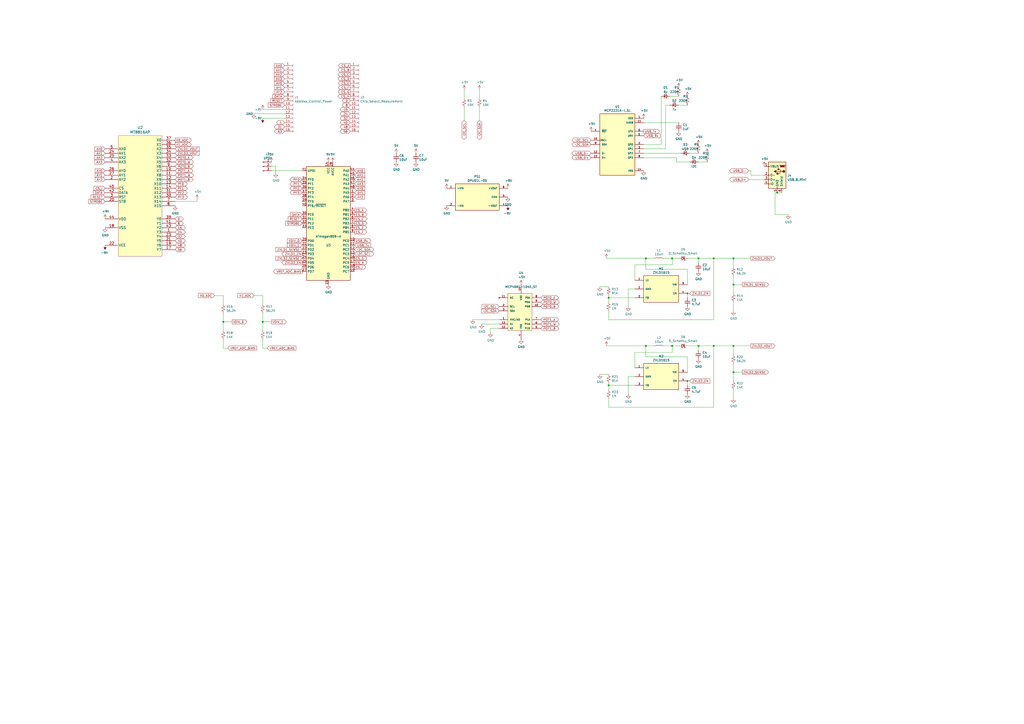
<source format=kicad_sch>
(kicad_sch (version 20230121) (generator eeschema)
  (paper "A2")
  (junction (at 374.65 200.66))
  (junction (at 353.06 223.52))
  (junction (at 450.85 111.76))
  (junction (at 425.45 200.66))
  (junction (at 414.02 149.86))
  (junction (at 353.06 172.72))
  (junction (at 129.54 186.69))
  (junction (at 405.13 200.66))
  (junction (at 414.02 200.66))
  (junction (at 389.89 149.86))
  (junction (at 389.89 200.66))
  (junction (at 425.45 215.9))
  (junction (at 405.13 149.86))
  (junction (at 425.45 149.86))
  (junction (at 398.78 220.98))
  (junction (at 425.45 165.1))
  (junction (at 152.4 186.69))
  (junction (at 374.65 149.86))
  (junction (at 398.78 170.18))
  (wire (pts (xy 152.4 171.45) (xy 152.4 176.53)))
  (wire (pts (xy 114.3 116.84) (xy 114.3 115.57)))
  (wire (pts (xy 425.45 226.06) (xy 425.45 231.14)))
  (wire (pts (xy 425.45 149.86) (xy 435.61 149.86)))
  (wire (pts (xy 165.1 63.5) (xy 152.4 63.5)))
  (wire (pts (xy 152.4 68.58) (xy 165.1 68.58)))
  (wire (pts (xy 364.49 167.64) (xy 364.49 177.8)))
  (wire (pts (xy 134.62 186.69) (xy 129.54 186.69)))
  (wire (pts (xy 425.45 160.02) (xy 425.45 165.1)))
  (wire (pts (xy 398.78 220.98) (xy 400.05 220.98)))
  (wire (pts (xy 405.13 152.4) (xy 405.13 149.86)))
  (wire (pts (xy 278.13 52.07) (xy 278.13 57.15)))
  (wire (pts (xy 353.06 223.52) (xy 353.06 222.25)))
  (wire (pts (xy 450.85 111.76) (xy 453.39 111.76)))
  (wire (pts (xy 353.06 223.52) (xy 353.06 226.06)))
  (wire (pts (xy 400.05 93.98) (xy 392.43 93.98)))
  (wire (pts (xy 374.65 207.01) (xy 374.65 200.66)))
  (wire (pts (xy 386.08 60.96) (xy 386.08 86.36)))
  (wire (pts (xy 368.3 167.64) (xy 364.49 167.64)))
  (wire (pts (xy 434.34 99.06) (xy 435.61 99.06)))
  (wire (pts (xy 449.58 124.46) (xy 457.2 124.46)))
  (wire (pts (xy 398.78 215.9) (xy 398.78 207.01)))
  (wire (pts (xy 398.78 220.98) (xy 398.78 223.52)))
  (wire (pts (xy 392.43 91.44) (xy 373.38 91.44)))
  (wire (pts (xy 425.45 175.26) (xy 425.45 180.34)))
  (wire (pts (xy 425.45 200.66) (xy 435.61 200.66)))
  (wire (pts (xy 398.78 165.1) (xy 398.78 156.21)))
  (wire (pts (xy 129.54 186.69) (xy 129.54 191.77)))
  (wire (pts (xy 425.45 165.1) (xy 425.45 170.18)))
  (wire (pts (xy 152.4 181.61) (xy 152.4 186.69)))
  (wire (pts (xy 435.61 101.6) (xy 443.23 101.6)))
  (wire (pts (xy 430.53 165.1) (xy 425.45 165.1)))
  (wire (pts (xy 124.46 171.45) (xy 129.54 171.45)))
  (wire (pts (xy 398.78 60.96) (xy 393.7 60.96)))
  (wire (pts (xy 398.78 207.01) (xy 374.65 207.01)))
  (wire (pts (xy 353.06 172.72) (xy 353.06 171.45)))
  (wire (pts (xy 129.54 181.61) (xy 129.54 186.69)))
  (wire (pts (xy 398.78 170.18) (xy 400.05 170.18)))
  (wire (pts (xy 389.89 200.66) (xy 389.89 204.47)))
  (wire (pts (xy 430.53 215.9) (xy 425.45 215.9)))
  (wire (pts (xy 398.78 170.18) (xy 398.78 172.72)))
  (wire (pts (xy 389.89 149.86) (xy 389.89 153.67)))
  (wire (pts (xy 101.6 116.84) (xy 114.3 116.84)))
  (wire (pts (xy 383.54 55.88) (xy 383.54 83.82)))
  (wire (pts (xy 389.89 204.47) (xy 368.3 204.47)))
  (wire (pts (xy 405.13 203.2) (xy 405.13 200.66)))
  (wire (pts (xy 449.58 124.46) (xy 449.58 111.76)))
  (wire (pts (xy 160.02 96.52) (xy 160.02 100.33)))
  (wire (pts (xy 368.3 172.72) (xy 353.06 172.72)))
  (wire (pts (xy 393.7 71.12) (xy 373.38 71.12)))
  (wire (pts (xy 386.08 60.96) (xy 388.62 60.96)))
  (wire (pts (xy 392.43 93.98) (xy 392.43 91.44)))
  (wire (pts (xy 353.06 217.17) (xy 347.98 217.17)))
  (wire (pts (xy 434.34 104.14) (xy 443.23 104.14)))
  (wire (pts (xy 414.02 149.86) (xy 405.13 149.86)))
  (wire (pts (xy 353.06 231.14) (xy 353.06 236.22)))
  (wire (pts (xy 386.08 86.36) (xy 373.38 86.36)))
  (wire (pts (xy 278.13 62.23) (xy 278.13 69.85)))
  (wire (pts (xy 425.45 149.86) (xy 425.45 154.94)))
  (wire (pts (xy 284.48 190.5) (xy 289.56 190.5)))
  (wire (pts (xy 152.4 196.85) (xy 152.4 201.93)))
  (wire (pts (xy 374.65 149.86) (xy 351.79 149.86)))
  (wire (pts (xy 405.13 200.66) (xy 398.78 200.66)))
  (wire (pts (xy 368.3 223.52) (xy 353.06 223.52)))
  (wire (pts (xy 425.45 215.9) (xy 425.45 220.98)))
  (wire (pts (xy 389.89 153.67) (xy 368.3 153.67)))
  (wire (pts (xy 393.7 149.86) (xy 389.89 149.86)))
  (wire (pts (xy 449.58 111.76) (xy 450.85 111.76)))
  (wire (pts (xy 374.65 200.66) (xy 351.79 200.66)))
  (wire (pts (xy 364.49 218.44) (xy 364.49 228.6)))
  (wire (pts (xy 435.61 99.06) (xy 435.61 101.6)))
  (wire (pts (xy 383.54 83.82) (xy 373.38 83.82)))
  (wire (pts (xy 400.05 88.9) (xy 405.13 88.9)))
  (wire (pts (xy 389.89 149.86) (xy 384.81 149.86)))
  (wire (pts (xy 393.7 200.66) (xy 389.89 200.66)))
  (wire (pts (xy 269.24 57.15) (xy 269.24 52.07)))
  (wire (pts (xy 289.56 185.42) (xy 274.32 185.42)))
  (wire (pts (xy 289.56 187.96) (xy 279.4 187.96)))
  (wire (pts (xy 157.48 99.06) (xy 175.26 99.06)))
  (wire (pts (xy 129.54 171.45) (xy 129.54 176.53)))
  (wire (pts (xy 353.06 180.34) (xy 353.06 185.42)))
  (wire (pts (xy 368.3 204.47) (xy 368.3 213.36)))
  (wire (pts (xy 129.54 201.93) (xy 132.08 201.93)))
  (wire (pts (xy 389.89 200.66) (xy 384.81 200.66)))
  (wire (pts (xy 157.48 96.52) (xy 160.02 96.52)))
  (wire (pts (xy 147.32 171.45) (xy 152.4 171.45)))
  (wire (pts (xy 414.02 200.66) (xy 425.45 200.66)))
  (wire (pts (xy 152.4 201.93) (xy 154.94 201.93)))
  (wire (pts (xy 147.32 66.04) (xy 165.1 66.04)))
  (wire (pts (xy 353.06 185.42) (xy 414.02 185.42)))
  (wire (pts (xy 157.48 186.69) (xy 152.4 186.69)))
  (wire (pts (xy 425.45 200.66) (xy 425.45 205.74)))
  (wire (pts (xy 425.45 210.82) (xy 425.45 215.9)))
  (wire (pts (xy 414.02 200.66) (xy 405.13 200.66)))
  (wire (pts (xy 368.3 218.44) (xy 364.49 218.44)))
  (wire (pts (xy 129.54 196.85) (xy 129.54 201.93)))
  (wire (pts (xy 379.73 200.66) (xy 374.65 200.66)))
  (wire (pts (xy 353.06 172.72) (xy 353.06 175.26)))
  (wire (pts (xy 398.78 156.21) (xy 374.65 156.21)))
  (wire (pts (xy 405.13 149.86) (xy 398.78 149.86)))
  (wire (pts (xy 379.73 149.86) (xy 374.65 149.86)))
  (wire (pts (xy 353.06 166.37) (xy 347.98 166.37)))
  (wire (pts (xy 152.4 186.69) (xy 152.4 191.77)))
  (wire (pts (xy 269.24 62.23) (xy 269.24 69.85)))
  (wire (pts (xy 368.3 153.67) (xy 368.3 162.56)))
  (wire (pts (xy 284.48 193.04) (xy 284.48 190.5)))
  (wire (pts (xy 410.21 93.98) (xy 405.13 93.98)))
  (wire (pts (xy 353.06 236.22) (xy 414.02 236.22)))
  (wire (pts (xy 414.02 236.22) (xy 414.02 200.66)))
  (wire (pts (xy 374.65 156.21) (xy 374.65 149.86)))
  (wire (pts (xy 414.02 149.86) (xy 425.45 149.86)))
  (wire (pts (xy 414.02 185.42) (xy 414.02 149.86)))
  (wire (pts (xy 394.97 88.9) (xy 373.38 88.9)))
  (wire (pts (xy 388.62 55.88) (xy 393.7 55.88)))
  (global_label "POT1_A" (shape bidirectional) (at 101.6 99.06 0) (property "Intersheetrefs" "${INTERSHEET_REFS}" (effects hide)))
  (global_label "CS_I" (shape output) (at 205.74 154.94 0) (property "Intersheetrefs" "${INTERSHEET_REFS}" (effects hide)))
  (global_label "ZXLD1_EN" (shape output) (at 175.26 147.32 180) (property "Intersheetrefs" "${INTERSHEET_REFS}" (effects hide)))
  (global_label "DATA" (shape input) (at 175.26 124.46 180) (property "Intersheetrefs" "${INTERSHEET_REFS}" (effects hide)))
  (global_label "31" (shape bidirectional) (at 165.1 73.66 180) (property "Intersheetrefs" "${INTERSHEET_REFS}" (effects hide)))
  (global_label "CS_G" (shape output) (at 203.2 53.34 180) (property "Intersheetrefs" "${INTERSHEET_REFS}" (effects hide)))
  (global_label "24" (shape bidirectional) (at 101.6 134.62 0) (property "Intersheetrefs" "${INTERSHEET_REFS}" (effects hide)))
  (global_label "CS_A" (shape output) (at 205.74 121.92 0) (property "Intersheetrefs" "${INTERSHEET_REFS}" (effects hide)))
  (global_label "I2C_SCL" (shape bidirectional) (at 269.24 69.85 270) (property "Intersheetrefs" "${INTERSHEET_REFS}" (effects hide)))
  (global_label "32" (shape bidirectional) (at 101.6 137.16 0) (property "Intersheetrefs" "${INTERSHEET_REFS}" (effects hide)))
  (global_label "AX0" (shape input) (at 205.74 99.06 0) (property "Intersheetrefs" "${INTERSHEET_REFS}" (effects hide)))
  (global_label "I2C_SDA" (shape bidirectional) (at 205.74 144.78 0) (property "Intersheetrefs" "${INTERSHEET_REFS}" (effects hide)))
  (global_label "STROBE" (shape input) (at 165.1 60.96 180) (property "Intersheetrefs" "${INTERSHEET_REFS}" (effects hide)))
  (global_label "CS_E" (shape output) (at 205.74 132.08 0) (property "Intersheetrefs" "${INTERSHEET_REFS}" (effects hide)))
  (global_label "CS_G" (shape output) (at 205.74 149.86 0) (property "Intersheetrefs" "${INTERSHEET_REFS}" (effects hide)))
  (global_label "1" (shape bidirectional) (at 165.1 71.12 180) (property "Intersheetrefs" "${INTERSHEET_REFS}" (effects hide)))
  (global_label "I2C_SCL" (shape bidirectional) (at 342.9 81.28 180) (property "Intersheetrefs" "${INTERSHEET_REFS}" (effects hide)))
  (global_label "VDIV_0" (shape input) (at 175.26 139.7 180) (property "Intersheetrefs" "${INTERSHEET_REFS}" (effects hide)))
  (global_label "AX3" (shape input) (at 205.74 106.68 0) (property "Intersheetrefs" "${INTERSHEET_REFS}" (effects hide)))
  (global_label "DATA" (shape input) (at 165.1 55.88 180) (property "Intersheetrefs" "${INTERSHEET_REFS}" (effects hide)))
  (global_label "ZXLD2_VOUT" (shape input) (at 101.6 88.9 0) (property "Intersheetrefs" "${INTERSHEET_REFS}" (effects hide)))
  (global_label "CS_C" (shape output) (at 203.2 43.18 180) (property "Intersheetrefs" "${INTERSHEET_REFS}" (effects hide)))
  (global_label "STROBE" (shape input) (at 60.96 116.84 180) (property "Intersheetrefs" "${INTERSHEET_REFS}" (effects hide)))
  (global_label "POT0_W" (shape bidirectional) (at 101.6 93.98 0) (property "Intersheetrefs" "${INTERSHEET_REFS}" (effects hide)))
  (global_label "56" (shape bidirectional) (at 101.6 144.78 0) (property "Intersheetrefs" "${INTERSHEET_REFS}" (effects hide)))
  (global_label "RESET" (shape input) (at 165.1 58.42 180) (property "Intersheetrefs" "${INTERSHEET_REFS}" (effects hide)))
  (global_label "POT1_W" (shape bidirectional) (at 101.6 101.6 0) (property "Intersheetrefs" "${INTERSHEET_REFS}" (effects hide)))
  (global_label "AY0" (shape input) (at 165.1 48.26 180) (property "Intersheetrefs" "${INTERSHEET_REFS}" (effects hide)))
  (global_label "RESET" (shape input) (at 175.26 127 180) (property "Intersheetrefs" "${INTERSHEET_REFS}" (effects hide)))
  (global_label "PF2" (shape bidirectional) (at 101.6 111.76 0) (property "Intersheetrefs" "${INTERSHEET_REFS}" (effects hide)))
  (global_label "63" (shape bidirectional) (at 165.1 76.2 180) (property "Intersheetrefs" "${INTERSHEET_REFS}" (effects hide)))
  (global_label "0" (shape bidirectional) (at 101.6 127 0) (property "Intersheetrefs" "${INTERSHEET_REFS}" (effects hide)))
  (global_label "CS_I" (shape input) (at 60.96 109.22 180) (property "Intersheetrefs" "${INTERSHEET_REFS}" (effects hide)))
  (global_label "AY1" (shape input) (at 165.1 50.8 180) (property "Intersheetrefs" "${INTERSHEET_REFS}" (effects hide)))
  (global_label "RESET" (shape input) (at 60.96 114.3 180) (property "Intersheetrefs" "${INTERSHEET_REFS}" (effects hide)))
  (global_label "16" (shape bidirectional) (at 203.2 63.5 180) (property "Intersheetrefs" "${INTERSHEET_REFS}" (effects hide)))
  (global_label "24" (shape bidirectional) (at 203.2 66.04 180) (property "Intersheetrefs" "${INTERSHEET_REFS}" (effects hide)))
  (global_label "CS_C" (shape output) (at 205.74 127 0) (property "Intersheetrefs" "${INTERSHEET_REFS}" (effects hide)))
  (global_label "PF1" (shape bidirectional) (at 175.26 106.68 180) (property "Intersheetrefs" "${INTERSHEET_REFS}" (effects hide)))
  (global_label "POT0_B" (shape bidirectional) (at 101.6 96.52 0) (property "Intersheetrefs" "${INTERSHEET_REFS}" (effects hide)))
  (global_label "VDIV_1" (shape input) (at 175.26 142.24 180) (property "Intersheetrefs" "${INTERSHEET_REFS}" (effects hide)))
  (global_label "I2C_SDA" (shape bidirectional) (at 342.9 83.82 180) (property "Intersheetrefs" "${INTERSHEET_REFS}" (effects hide)))
  (global_label "VREF_ADC_BIAS" (shape output) (at 175.26 157.48 180) (property "Intersheetrefs" "${INTERSHEET_REFS}" (effects hide)))
  (global_label "STROBE" (shape input) (at 175.26 129.54 180) (property "Intersheetrefs" "${INTERSHEET_REFS}" (effects hide)))
  (global_label "CS_F" (shape output) (at 205.74 134.62 0) (property "Intersheetrefs" "${INTERSHEET_REFS}" (effects hide)))
  (global_label "ZXLD2_SENSE" (shape input) (at 175.26 149.86 180) (property "Intersheetrefs" "${INTERSHEET_REFS}" (effects hide)))
  (global_label "AX2" (shape input) (at 60.96 91.44 180) (property "Intersheetrefs" "${INTERSHEET_REFS}" (effects hide)))
  (global_label "CS_H" (shape output) (at 203.2 55.88 180) (property "Intersheetrefs" "${INTERSHEET_REFS}" (effects hide)))
  (global_label "AY0" (shape input) (at 205.74 109.22 0) (property "Intersheetrefs" "${INTERSHEET_REFS}" (effects hide)))
  (global_label "8" (shape bidirectional) (at 101.6 129.54 0) (property "Intersheetrefs" "${INTERSHEET_REFS}" (effects hide)))
  (global_label "POT1_A" (shape bidirectional) (at 313.69 185.42 0) (property "Intersheetrefs" "${INTERSHEET_REFS}" (effects hide)))
  (global_label "40" (shape bidirectional) (at 203.2 71.12 180) (property "Intersheetrefs" "${INTERSHEET_REFS}" (effects hide)))
  (global_label "AX2" (shape input) (at 165.1 43.18 180) (property "Intersheetrefs" "${INTERSHEET_REFS}" (effects hide)))
  (global_label "CS_D" (shape output) (at 205.74 129.54 0) (property "Intersheetrefs" "${INTERSHEET_REFS}" (effects hide)))
  (global_label "ZXLD1_SENSE" (shape output) (at 430.53 165.1 0) (property "Intersheetrefs" "${INTERSHEET_REFS}" (effects hide)))
  (global_label "X0_ADC" (shape input) (at 124.46 171.45 180) (property "Intersheetrefs" "${INTERSHEET_REFS}" (effects hide)))
  (global_label "CS_B" (shape output) (at 203.2 40.64 180) (property "Intersheetrefs" "${INTERSHEET_REFS}" (effects hide)))
  (global_label "USB_D-" (shape bidirectional) (at 342.9 88.9 180) (property "Intersheetrefs" "${INTERSHEET_REFS}" (effects hide)))
  (global_label "ZXLD2_SENSE" (shape output) (at 430.53 215.9 0) (property "Intersheetrefs" "${INTERSHEET_REFS}" (effects hide)))
  (global_label "USB_Tx" (shape input) (at 205.74 142.24 0) (property "Intersheetrefs" "${INTERSHEET_REFS}" (effects hide)))
  (global_label "ZXLD2_EN" (shape output) (at 175.26 152.4 180) (property "Intersheetrefs" "${INTERSHEET_REFS}" (effects hide)))
  (global_label "AX1" (shape input) (at 60.96 88.9 180) (property "Intersheetrefs" "${INTERSHEET_REFS}" (effects hide)))
  (global_label "PF3" (shape bidirectional) (at 175.26 111.76 180) (property "Intersheetrefs" "${INTERSHEET_REFS}" (effects hide)))
  (global_label "ZXLD1_SENSE" (shape input) (at 175.26 144.78 180) (property "Intersheetrefs" "${INTERSHEET_REFS}" (effects hide)))
  (global_label "DATA" (shape input) (at 60.96 111.76 180) (property "Intersheetrefs" "${INTERSHEET_REFS}" (effects hide)))
  (global_label "PF2" (shape bidirectional) (at 175.26 109.22 180) (property "Intersheetrefs" "${INTERSHEET_REFS}" (effects hide)))
  (global_label "8" (shape bidirectional) (at 203.2 60.96 180) (property "Intersheetrefs" "${INTERSHEET_REFS}" (effects hide)))
  (global_label "AY0" (shape input) (at 60.96 99.06 180) (property "Intersheetrefs" "${INTERSHEET_REFS}" (effects hide)))
  (global_label "AY2" (shape input) (at 165.1 53.34 180) (property "Intersheetrefs" "${INTERSHEET_REFS}" (effects hide)))
  (global_label "ZXLD2_EN" (shape input) (at 400.05 220.98 0) (property "Intersheetrefs" "${INTERSHEET_REFS}" (effects hide)))
  (global_label "ZXLD1_VOUT" (shape output) (at 435.61 149.86 0) (property "Intersheetrefs" "${INTERSHEET_REFS}" (effects hide)))
  (global_label "VREF_ADC_BIAS" (shape input) (at 154.94 201.93 0) (property "Intersheetrefs" "${INTERSHEET_REFS}" (effects hide)))
  (global_label "CS_B" (shape output) (at 205.74 124.46 0) (property "Intersheetrefs" "${INTERSHEET_REFS}" (effects hide)))
  (global_label "POT0_A" (shape bidirectional) (at 313.69 172.72 0) (property "Intersheetrefs" "${INTERSHEET_REFS}" (effects hide)))
  (global_label "USB_D+" (shape bidirectional) (at 434.34 104.14 180) (property "Intersheetrefs" "${INTERSHEET_REFS}" (effects hide)))
  (global_label "I2C_SCL" (shape bidirectional) (at 205.74 147.32 0) (property "Intersheetrefs" "${INTERSHEET_REFS}" (effects hide)))
  (global_label "POT1_B" (shape bidirectional) (at 101.6 104.14 0) (property "Intersheetrefs" "${INTERSHEET_REFS}" (effects hide)))
  (global_label "AX3" (shape input) (at 165.1 45.72 180) (property "Intersheetrefs" "${INTERSHEET_REFS}" (effects hide)))
  (global_label "PF0" (shape bidirectional) (at 101.6 106.68 0) (property "Intersheetrefs" "${INTERSHEET_REFS}" (effects hide)))
  (global_label "POT1_W" (shape bidirectional) (at 313.69 187.96 0) (property "Intersheetrefs" "${INTERSHEET_REFS}" (effects hide)))
  (global_label "I2C_SDA" (shape input) (at 289.56 180.34 180) (property "Intersheetrefs" "${INTERSHEET_REFS}" (effects hide)))
  (global_label "I2C_SDA" (shape bidirectional) (at 278.13 69.85 270) (property "Intersheetrefs" "${INTERSHEET_REFS}" (effects hide)))
  (global_label "ZXLD1_EN" (shape input) (at 400.05 170.18 0) (property "Intersheetrefs" "${INTERSHEET_REFS}" (effects hide)))
  (global_label "VREF_ADC_BIAS" (shape input) (at 132.08 201.93 0) (property "Intersheetrefs" "${INTERSHEET_REFS}" (effects hide)))
  (global_label "16" (shape bidirectional) (at 101.6 132.08 0) (property "Intersheetrefs" "${INTERSHEET_REFS}" (effects hide)))
  (global_label "PF1" (shape bidirectional) (at 101.6 109.22 0) (property "Intersheetrefs" "${INTERSHEET_REFS}" (effects hide)))
  (global_label "I2C_SCL" (shape input) (at 289.56 177.8 180) (property "Intersheetrefs" "${INTERSHEET_REFS}" (effects hide)))
  (global_label "USB_D+" (shape bidirectional) (at 342.9 91.44 180) (property "Intersheetrefs" "${INTERSHEET_REFS}" (effects hide)))
  (global_label "X1_ADC" (shape input) (at 147.32 171.45 180) (property "Intersheetrefs" "${INTERSHEET_REFS}" (effects hide)))
  (global_label "X0_ADC" (shape output) (at 101.6 81.28 0) (property "Intersheetrefs" "${INTERSHEET_REFS}" (effects hide)))
  (global_label "AX2" (shape input) (at 205.74 104.14 0) (property "Intersheetrefs" "${INTERSHEET_REFS}" (effects hide)))
  (global_label "40" (shape bidirectional) (at 101.6 139.7 0) (property "Intersheetrefs" "${INTERSHEET_REFS}" (effects hide)))
  (global_label "CS_E" (shape output) (at 203.2 48.26 180) (property "Intersheetrefs" "${INTERSHEET_REFS}" (effects hide)))
  (global_label "0" (shape bidirectional) (at 203.2 58.42 180) (property "Intersheetrefs" "${INTERSHEET_REFS}" (effects hide)))
  (global_label "POT0_W" (shape bidirectional) (at 313.69 175.26 0) (property "Intersheetrefs" "${INTERSHEET_REFS}" (effects hide)))
  (global_label "32" (shape bidirectional) (at 203.2 68.58 180) (property "Intersheetrefs" "${INTERSHEET_REFS}" (effects hide)))
  (global_label "ZXLD1_VOUT" (shape input) (at 101.6 86.36 0) (property "Intersheetrefs" "${INTERSHEET_REFS}" (effects hide)))
  (global_label "AX1" (shape input) (at 165.1 40.64 180) (property "Intersheetrefs" "${INTERSHEET_REFS}" (effects hide)))
  (global_label "X1_ADC" (shape output) (at 101.6 83.82 0) (property "Intersheetrefs" "${INTERSHEET_REFS}" (effects hide)))
  (global_label "POT0_A" (shape bidirectional) (at 101.6 91.44 0) (property "Intersheetrefs" "${INTERSHEET_REFS}" (effects hide)))
  (global_label "USB_D-" (shape bidirectional) (at 434.34 99.06 180) (property "Intersheetrefs" "${INTERSHEET_REFS}" (effects hide)))
  (global_label "USB_Rx" (shape output) (at 205.74 139.7 0) (property "Intersheetrefs" "${INTERSHEET_REFS}" (effects hide)))
  (global_label "CS_F" (shape output) (at 203.2 50.8 180) (property "Intersheetrefs" "${INTERSHEET_REFS}" (effects hide)))
  (global_label "POT0_B" (shape bidirectional) (at 313.69 177.8 0) (property "Intersheetrefs" "${INTERSHEET_REFS}" (effects hide)))
  (global_label "USB_Tx" (shape output) (at 373.38 76.2 0) (property "Intersheetrefs" "${INTERSHEET_REFS}" (effects hide)))
  (global_label "PF0" (shape bidirectional) (at 175.26 104.14 180) (property "Intersheetrefs" "${INTERSHEET_REFS}" (effects hide)))
  (global_label "CS_A" (shape output) (at 203.2 38.1 180) (property "Intersheetrefs" "${INTERSHEET_REFS}" (effects hide)))
  (global_label "AY1" (shape input) (at 60.96 101.6 180) (property "Intersheetrefs" "${INTERSHEET_REFS}" (effects hide)))
  (global_label "CS_H" (shape output) (at 205.74 152.4 0) (property "Intersheetrefs" "${INTERSHEET_REFS}" (effects hide)))
  (global_label "48" (shape bidirectional) (at 101.6 142.24 0) (property "Intersheetrefs" "${INTERSHEET_REFS}" (effects hide)))
  (global_label "AX0" (shape input) (at 60.96 86.36 180) (property "Intersheetrefs" "${INTERSHEET_REFS}" (effects hide)))
  (global_label "ZXLD2_VOUT" (shape output) (at 435.61 200.66 0) (property "Intersheetrefs" "${INTERSHEET_REFS}" (effects hide)))
  (global_label "AX3" (shape input) (at 60.96 93.98 180) (property "Intersheetrefs" "${INTERSHEET_REFS}" (effects hide)))
  (global_label "AY1" (shape input) (at 205.74 111.76 0) (property "Intersheetrefs" "${INTERSHEET_REFS}" (effects hide)))
  (global_label "AX1" (shape input) (at 205.74 101.6 0) (property "Intersheetrefs" "${INTERSHEET_REFS}" (effects hide)))
  (global_label "VDIV_0" (shape output) (at 134.62 186.69 0) (property "Intersheetrefs" "${INTERSHEET_REFS}" (effects hide)))
  (global_label "USB_Rx" (shape input) (at 373.38 78.74 0) (property "Intersheetrefs" "${INTERSHEET_REFS}" (effects hide)))
  (global_label "AY2" (shape input) (at 60.96 104.14 180) (property "Intersheetrefs" "${INTERSHEET_REFS}" (effects hide)))
  (global_label "AY2" (shape input) (at 205.74 114.3 0) (property "Intersheetrefs" "${INTERSHEET_REFS}" (effects hide)))
  (global_label "CS_D" (shape output) (at 203.2 45.72 180) (property "Intersheetrefs" "${INTERSHEET_REFS}" (effects hide)))
  (global_label "56" (shape bidirectional) (at 203.2 76.2 180) (property "Intersheetrefs" "${INTERSHEET_REFS}" (effects hide)))
  (global_label "AX0" (shape input) (at 165.1 38.1 180) (property "Intersheetrefs" "${INTERSHEET_REFS}" (effects hide)))
  (global_label "PF3" (shape bidirectional) (at 101.6 114.3 0) (property "Intersheetrefs" "${INTERSHEET_REFS}" (effects hide)))
  (global_label "48" (shape bidirectional) (at 203.2 73.66 180) (property "Intersheetrefs" "${INTERSHEET_REFS}" (effects hide)))
  (global_label "POT1_B" (shape bidirectional) (at 313.69 190.5 0) (property "Intersheetrefs" "${INTERSHEET_REFS}" (effects hide)))
  (global_label "VDIV_1" (shape output) (at 157.48 186.69 0) (property "Intersheetrefs" "${INTERSHEET_REFS}" (effects hide)))
  (symbol (lib_id "MCU_Microchip_ATmega:ATmega4809-A") (at 190.5 129.54 0) (unit 1)
    (property "Reference" "U3" (at 190.5 142.24 0))
    (property "Value" "ATmega4809-A" (at 190.5 137.16 0))
    (property "Footprint" "Package_QFP:TQFP-48_7x7mm_P0.5mm" (effects hide))
    (property "Datasheet" "http://ww1.microchip.com/downloads/en/DeviceDoc/40002016A.pdf" (effects hide))
  )
  (symbol (lib_id "BreadControl-rescue:MCP2221A-I_SL-MCP2221A-I_SL") (at 358.14 83.82 0) (unit 1)
    (property "Reference" "U1" (at 358.14 61.7982 0))
    (property "Value" "MCP2221A-I_SL" (at 358.14 64.1096 0))
    (property "Footprint" "Package_SO:SOIC-14_3.9x8.7mm_P1.27mm" (effects hide))
    (property "MANUFACTURER" "Microchip" (effects hide))
    (property "STANDARD" "IPC7351B" (effects hide))
  )
  (symbol (lib_id "BreadControl-rescue:MCP4661-104E_ST-MCP4661-104E_ST") (at 302.26 175.26 0) (unit 1)
    (property "Reference" "U4" (at 302.26 158.242 0))
    (property "Value" "MCP4661-104E_ST" (at 302.26 166.37 0))
    (property "Footprint" "Package_SO:TSSOP-14_4.4x5mm_P0.65mm" (effects hide))
    (property "SUPPLIER" "Microchip" (effects hide))
    (property "PACKAGE" "SOP-14" (effects hide))
    (property "MPN" "MCP4661-104E/ST" (effects hide))
    (property "OC_NEWARK" "77M3011" (effects hide))
    (property "OC_FARNELL" "1840724" (effects hide))
  )
  (symbol (lib_id "BreadControl-rescue:Conn_01x16_Female-Connector") (at 170.18 55.88 0) (unit 1)
    (property "Reference" "J1" (at 170.8912 56.4896 0) (effects (justify left)))
    (property "Value" "Address_Control_Power" (at 170.8912 58.801 0) (effects (justify left)))
    (property "Footprint" "Connector_PinHeader_2.54mm:PinHeader_1x16_P2.54mm_Vertical" (effects hide))
  )
  (symbol (lib_id "BreadControl-rescue:Conn_01x16_Female-Connector") (at 208.28 55.88 0) (unit 1)
    (property "Reference" "J2" (at 208.9912 56.4896 0) (effects (justify left)))
    (property "Value" "Chip_Select_Measurement" (at 208.9912 58.801 0) (effects (justify left)))
    (property "Footprint" "Connector_PinHeader_2.54mm:PinHeader_1x16_P2.54mm_Vertical" (effects hide))
  )
  (symbol (lib_id "power:-9V") (at 152.4 68.58 180) (unit 1)
    (property "Reference" "#PWR07" (effects hide))
    (property "Value" "-9V" (at 149.86 68.58 0))
  )
  (symbol (lib_id "power:GND") (at 147.32 66.04 0) (unit 1)
    (property "Reference" "#PWR06" (effects hide))
    (property "Value" "GND" (at 144.78 66.04 0))
  )
  (symbol (lib_id "power:+9V") (at 152.4 63.5 0) (unit 1)
    (property "Reference" "#PWR05" (effects hide))
    (property "Value" "+9V" (at 149.86 63.5 0))
  )
  (symbol (lib_id "BreadControl-rescue:MT8816AP-MT8816") (at 81.28 106.68 0) (unit 1)
    (property "Reference" "U2" (at 81.28 73.9902 0) (effects (font (size 1.524 1.524))))
    (property "Value" "MT8816AP" (at 81.28 76.6826 0) (effects (font (size 1.524 1.524))))
    (property "Footprint" "Package_LCC:PLCC-44_16.6x16.6mm_P1.27mm" (effects hide))
  )
  (symbol (lib_id "power:GND") (at 457.2 124.46 0) (unit 1)
    (property "Reference" "#PWR026" (effects hide))
    (property "Value" "GND" (at 457.327 128.8542 0))
  )
  (symbol (lib_id "power:+5V") (at 443.23 96.52 0) (unit 1)
    (property "Reference" "#PWR013" (effects hide))
    (property "Value" "+5V" (at 443.611 92.1258 0))
  )
  (symbol (lib_id "power:+5V") (at 373.38 68.58 0) (unit 1)
    (property "Reference" "#PWR08" (effects hide))
    (property "Value" "+5V" (at 373.761 64.1858 0))
  )
  (symbol (lib_id "Device:R_Small_US") (at 129.54 179.07 0) (unit 1)
    (property "Reference" "R16" (at 131.2672 177.9016 0) (effects (justify left)))
    (property "Value" "56.2K" (at 131.2672 180.213 0) (effects (justify left)))
    (property "Footprint" "Resistor_SMD:R_0805_2012Metric_Pad1.15x1.40mm_HandSolder" (effects hide))
  )
  (symbol (lib_id "Device:R_Small_US") (at 129.54 194.31 0) (unit 1)
    (property "Reference" "R18" (at 131.2672 193.1416 0) (effects (justify left)))
    (property "Value" "14K" (at 131.2672 195.453 0) (effects (justify left)))
    (property "Footprint" "Resistor_SMD:R_0805_2012Metric_Pad1.15x1.40mm_HandSolder" (effects hide))
  )
  (symbol (lib_id "Device:C_Small") (at 393.7 73.66 0) (unit 1)
    (property "Reference" "C1" (at 396.0368 72.4916 0) (effects (justify left)))
    (property "Value" "1uF" (at 396.0368 74.803 0) (effects (justify left)))
    (property "Footprint" "Capacitor_SMD:C_0805_2012Metric_Pad1.15x1.40mm_HandSolder" (effects hide))
  )
  (symbol (lib_id "power:GND") (at 393.7 76.2 0) (unit 1)
    (property "Reference" "#PWR010" (effects hide))
    (property "Value" "GND" (at 393.827 80.5942 0))
  )
  (symbol (lib_id "Device:LED_Small") (at 386.08 55.88 0) (unit 1)
    (property "Reference" "D1" (at 386.08 50.8 0))
    (property "Value" "Rx" (at 386.08 53.34 0))
    (property "Footprint" "Diode_SMD:D_0603_1608Metric_Pad1.05x0.95mm_HandSolder" (effects hide))
  )
  (symbol (lib_id "Device:LED_Small") (at 391.16 60.96 0) (unit 1)
    (property "Reference" "D2" (at 391.16 58.42 0))
    (property "Value" "Tx" (at 391.16 63.5 0))
    (property "Footprint" "Diode_SMD:D_0603_1608Metric_Pad1.05x0.95mm_HandSolder" (effects hide))
  )
  (symbol (lib_id "Device:R_Small_US") (at 393.7 53.34 0) (unit 1)
    (property "Reference" "R1" (at 391.16 50.8 0) (effects (justify left)))
    (property "Value" "220R" (at 388.62 53.34 0) (effects (justify left)))
    (property "Footprint" "Resistor_SMD:R_0805_2012Metric_Pad1.15x1.40mm_HandSolder" (effects hide))
  )
  (symbol (lib_id "Device:R_Small_US") (at 398.78 58.42 0) (unit 1)
    (property "Reference" "R2" (at 396.24 55.88 0) (effects (justify left)))
    (property "Value" "220R" (at 393.7 58.42 0) (effects (justify left)))
    (property "Footprint" "Resistor_SMD:R_0805_2012Metric_Pad1.15x1.40mm_HandSolder" (effects hide))
  )
  (symbol (lib_id "power:+5V") (at 398.78 55.88 0) (unit 1)
    (property "Reference" "#PWR04" (effects hide))
    (property "Value" "+5V" (at 399.161 51.4858 0))
  )
  (symbol (lib_id "power:+5V") (at 393.7 50.8 0) (unit 1)
    (property "Reference" "#PWR01" (effects hide))
    (property "Value" "+5V" (at 394.081 46.4058 0))
  )
  (symbol (lib_id "power:+5V") (at 342.9 76.2 0) (unit 1)
    (property "Reference" "#PWR09" (effects hide))
    (property "Value" "+5V" (at 343.281 71.8058 0))
  )
  (symbol (lib_id "Device:R_Small_US") (at 152.4 179.07 0) (unit 1)
    (property "Reference" "R17" (at 154.1272 177.9016 0) (effects (justify left)))
    (property "Value" "56.2K" (at 154.1272 180.213 0) (effects (justify left)))
    (property "Footprint" "Resistor_SMD:R_0805_2012Metric_Pad1.15x1.40mm_HandSolder" (effects hide))
  )
  (symbol (lib_id "Device:R_Small_US") (at 152.4 194.31 0) (unit 1)
    (property "Reference" "R19" (at 154.1272 193.1416 0) (effects (justify left)))
    (property "Value" "14K" (at 154.1272 195.453 0) (effects (justify left)))
    (property "Footprint" "Resistor_SMD:R_0805_2012Metric_Pad1.15x1.40mm_HandSolder" (effects hide))
  )
  (symbol (lib_id "power:GND") (at 373.38 99.06 0) (unit 1)
    (property "Reference" "#PWR019" (effects hide))
    (property "Value" "GND" (at 373.507 103.4542 0))
  )
  (symbol (lib_id "power:GND") (at 302.26 196.85 0) (unit 1)
    (property "Reference" "#PWR038" (effects hide))
    (property "Value" "GND" (at 302.387 201.2442 0))
  )
  (symbol (lib_id "power:+9V") (at 60.96 127 0) (unit 1)
    (property "Reference" "#PWR027" (effects hide))
    (property "Value" "+9V" (at 61.341 122.6058 0))
  )
  (symbol (lib_id "power:-9V") (at 60.96 142.24 180) (unit 1)
    (property "Reference" "#PWR029" (effects hide))
    (property "Value" "-9V" (at 60.579 146.6342 0))
  )
  (symbol (lib_id "power:GND") (at 60.96 132.08 0) (unit 1)
    (property "Reference" "#PWR028" (effects hide))
    (property "Value" "GND" (at 61.087 136.4742 0))
  )
  (symbol (lib_id "power:GND") (at 190.5 165.1 0) (unit 1)
    (property "Reference" "#PWR032" (effects hide))
    (property "Value" "GND" (at 190.627 169.4942 0))
  )
  (symbol (lib_id "Device:R_Small_US") (at 278.13 59.69 0) (unit 1)
    (property "Reference" "R4" (at 279.8572 58.5216 0) (effects (justify left)))
    (property "Value" "10K" (at 279.8572 60.833 0) (effects (justify left)))
    (property "Footprint" "Resistor_SMD:R_0805_2012Metric_Pad1.15x1.40mm_HandSolder" (effects hide))
  )
  (symbol (lib_id "Device:R_Small_US") (at 269.24 59.69 0) (unit 1)
    (property "Reference" "R3" (at 270.9672 58.5216 0) (effects (justify left)))
    (property "Value" "10K" (at 270.9672 60.833 0) (effects (justify left)))
    (property "Footprint" "Resistor_SMD:R_0805_2012Metric_Pad1.15x1.40mm_HandSolder" (effects hide))
  )
  (symbol (lib_id "power:+5V") (at 278.13 52.07 0) (unit 1)
    (property "Reference" "#PWR03" (effects hide))
    (property "Value" "+5V" (at 278.511 47.6758 0))
  )
  (symbol (lib_id "power:+5V") (at 269.24 52.07 0) (unit 1)
    (property "Reference" "#PWR02" (effects hide))
    (property "Value" "+5V" (at 269.621 47.6758 0))
  )
  (symbol (lib_id "power:+5V") (at 302.26 165.1 0) (unit 1)
    (property "Reference" "#PWR030" (effects hide))
    (property "Value" "+5V" (at 302.641 160.7058 0))
  )
  (symbol (lib_id "BreadControl-rescue:DPU01L-05-DPU01L-05") (at 276.86 114.3 0) (unit 1)
    (property "Reference" "PS1" (at 276.86 102.4382 0))
    (property "Value" "DPU01L-05" (at 276.86 104.7496 0))
    (property "Footprint" "DPU01L-05:CONV_DPU01L-05" (effects hide))
    (property "MANUFACTURER" "Mean Well" (effects hide))
    (property "PARTREV" "2017-03-06" (effects hide))
    (property "MAXIMUM_PACKAGE_HEIGHT" "10.45 mm" (effects hide))
    (property "STANDARD" "Manufacturer Recommendations" (effects hide))
  )
  (symbol (lib_id "BreadControl-rescue:ZXLD1615-Regulator_Controller") (at 383.54 167.64 0) (unit 1)
    (property "Reference" "M1" (at 383.54 155.829 0))
    (property "Value" "ZXLD1615" (at 383.54 158.1404 0))
    (property "Footprint" "Package_TO_SOT_SMD:SOT-23-5_HandSoldering" (effects hide))
  )
  (symbol (lib_id "Device:L_Small") (at 382.27 149.86 90) (unit 1)
    (property "Reference" "L1" (at 382.27 145.161 90))
    (property "Value" "10uH" (at 382.27 147.4724 90))
    (property "Footprint" "Inductor_SMD:L_1008_2520Metric" (effects hide))
  )
  (symbol (lib_id "Device:D_Schottky_Small") (at 396.24 149.86 180) (unit 1)
    (property "Reference" "D5" (at 396.24 144.653 0))
    (property "Value" "D_Schottky_Small" (at 396.24 146.9644 0))
    (property "Footprint" "Diode_SMD:D_SOD-323_HandSoldering" (effects hide))
  )
  (symbol (lib_id "Device:R_Small_US") (at 353.06 177.8 0) (unit 1)
    (property "Reference" "R15" (at 354.7872 176.6316 0) (effects (justify left)))
    (property "Value" "1M" (at 354.7872 178.943 0) (effects (justify left)))
    (property "Footprint" "Resistor_SMD:R_0805_2012Metric_Pad1.15x1.40mm_HandSolder" (effects hide))
  )
  (symbol (lib_id "Device:R_Small_US") (at 353.06 168.91 0) (unit 1)
    (property "Reference" "R13" (at 354.7872 167.7416 0) (effects (justify left)))
    (property "Value" "91K" (at 354.7872 170.053 0) (effects (justify left)))
    (property "Footprint" "Resistor_SMD:R_0805_2012Metric_Pad1.15x1.40mm_HandSolder" (effects hide))
  )
  (symbol (lib_id "Device:C_Small") (at 405.13 154.94 0) (unit 1)
    (property "Reference" "C2" (at 407.4668 153.7716 0) (effects (justify left)))
    (property "Value" "10uF" (at 407.4668 156.083 0) (effects (justify left)))
    (property "Footprint" "Capacitor_SMD:C_0805_2012Metric_Pad1.15x1.40mm_HandSolder" (effects hide))
  )
  (symbol (lib_id "Device:C_Small") (at 398.78 175.26 0) (unit 1)
    (property "Reference" "C3" (at 401.1168 174.0916 0) (effects (justify left)))
    (property "Value" "4.7uF" (at 401.1168 176.403 0) (effects (justify left)))
    (property "Footprint" "Capacitor_SMD:C_0805_2012Metric_Pad1.15x1.40mm_HandSolder" (effects hide))
  )
  (symbol (lib_id "power:GND") (at 398.78 177.8 0) (unit 1)
    (property "Reference" "#PWR035" (effects hide))
    (property "Value" "GND" (at 398.907 182.1942 0))
  )
  (symbol (lib_id "power:GND") (at 364.49 177.8 0) (unit 1)
    (property "Reference" "#PWR034" (effects hide))
    (property "Value" "GND" (at 364.617 182.1942 0))
  )
  (symbol (lib_id "power:GND") (at 405.13 157.48 0) (unit 1)
    (property "Reference" "#PWR031" (effects hide))
    (property "Value" "GND" (at 405.257 161.8742 0))
  )
  (symbol (lib_id "power:GND") (at 347.98 166.37 0) (unit 1)
    (property "Reference" "#PWR033" (effects hide))
    (property "Value" "GND" (at 348.107 170.7642 0))
  )
  (symbol (lib_id "power:GND") (at 259.08 119.38 0) (unit 1)
    (property "Reference" "#PWR024" (effects hide))
    (property "Value" "GND" (at 259.207 123.7742 0))
  )
  (symbol (lib_id "BreadControl-rescue:5V-SparkFun-Aesthetics") (at 259.08 109.22 0) (unit 1)
    (property "Reference" "#SUPPLY08" (effects hide))
    (property "Value" "5V" (at 259.08 104.775 0))
  )
  (symbol (lib_id "power:GND") (at 294.64 114.3 0) (unit 1)
    (property "Reference" "#PWR022" (effects hide))
    (property "Value" "GND" (at 294.767 118.6942 0))
  )
  (symbol (lib_id "power:-9V") (at 294.64 119.38 180) (unit 1)
    (property "Reference" "#PWR025" (effects hide))
    (property "Value" "-9V" (at 294.259 123.7742 0))
  )
  (symbol (lib_id "power:+9V") (at 294.64 109.22 0) (unit 1)
    (property "Reference" "#PWR021" (effects hide))
    (property "Value" "+9V" (at 295.021 104.8258 0))
  )
  (symbol (lib_id "Device:R_Small_US") (at 425.45 157.48 0) (unit 1)
    (property "Reference" "R12" (at 427.1772 156.3116 0) (effects (justify left)))
    (property "Value" "56.2K" (at 427.1772 158.623 0) (effects (justify left)))
    (property "Footprint" "Resistor_SMD:R_0805_2012Metric_Pad1.15x1.40mm_HandSolder" (effects hide))
  )
  (symbol (lib_id "Device:R_Small_US") (at 425.45 172.72 0) (unit 1)
    (property "Reference" "R14" (at 427.1772 171.5516 0) (effects (justify left)))
    (property "Value" "14K" (at 427.1772 173.863 0) (effects (justify left)))
    (property "Footprint" "Resistor_SMD:R_0805_2012Metric_Pad1.15x1.40mm_HandSolder" (effects hide))
  )
  (symbol (lib_id "power:GND") (at 425.45 180.34 0) (unit 1)
    (property "Reference" "#PWR036" (effects hide))
    (property "Value" "GND" (at 425.577 184.7342 0))
  )
  (symbol (lib_id "BreadControl-rescue:ZXLD1615-Regulator_Controller") (at 383.54 218.44 0) (unit 1)
    (property "Reference" "M2" (at 383.54 206.629 0))
    (property "Value" "ZXLD1615" (at 383.54 208.9404 0))
    (property "Footprint" "Package_TO_SOT_SMD:SOT-23-5_HandSoldering" (effects hide))
  )
  (symbol (lib_id "Device:L_Small") (at 382.27 200.66 90) (unit 1)
    (property "Reference" "L2" (at 382.27 195.961 90))
    (property "Value" "10uH" (at 382.27 198.2724 90))
    (property "Footprint" "Inductor_SMD:L_1008_2520Metric" (effects hide))
  )
  (symbol (lib_id "Device:D_Schottky_Small") (at 396.24 200.66 180) (unit 1)
    (property "Reference" "D6" (at 396.24 195.453 0))
    (property "Value" "D_Schottky_Small" (at 396.24 197.7644 0))
    (property "Footprint" "Diode_SMD:D_SOD-323_HandSoldering" (effects hide))
  )
  (symbol (lib_id "Device:R_Small_US") (at 353.06 228.6 0) (unit 1)
    (property "Reference" "R23" (at 354.7872 227.4316 0) (effects (justify left)))
    (property "Value" "1M" (at 354.7872 229.743 0) (effects (justify left)))
    (property "Footprint" "Resistor_SMD:R_0805_2012Metric_Pad1.15x1.40mm_HandSolder" (effects hide))
  )
  (symbol (lib_id "Device:R_Small_US") (at 353.06 219.71 0) (unit 1)
    (property "Reference" "R21" (at 354.7872 218.5416 0) (effects (justify left)))
    (property "Value" "91K" (at 354.7872 220.853 0) (effects (justify left)))
    (property "Footprint" "Resistor_SMD:R_0805_2012Metric_Pad1.15x1.40mm_HandSolder" (effects hide))
  )
  (symbol (lib_id "Device:C_Small") (at 405.13 205.74 0) (unit 1)
    (property "Reference" "C4" (at 407.4668 204.5716 0) (effects (justify left)))
    (property "Value" "10uF" (at 407.4668 206.883 0) (effects (justify left)))
    (property "Footprint" "Capacitor_SMD:C_0805_2012Metric_Pad1.15x1.40mm_HandSolder" (effects hide))
  )
  (symbol (lib_id "Device:C_Small") (at 398.78 226.06 0) (unit 1)
    (property "Reference" "C5" (at 401.1168 224.8916 0) (effects (justify left)))
    (property "Value" "4.7uF" (at 401.1168 227.203 0) (effects (justify left)))
    (property "Footprint" "Capacitor_SMD:C_0805_2012Metric_Pad1.15x1.40mm_HandSolder" (effects hide))
  )
  (symbol (lib_id "power:GND") (at 398.78 228.6 0) (unit 1)
    (property "Reference" "#PWR042" (effects hide))
    (property "Value" "GND" (at 398.907 232.9942 0))
  )
  (symbol (lib_id "power:GND") (at 364.49 228.6 0) (unit 1)
    (property "Reference" "#PWR041" (effects hide))
    (property "Value" "GND" (at 364.617 232.9942 0))
  )
  (symbol (lib_id "power:GND") (at 405.13 208.28 0) (unit 1)
    (property "Reference" "#PWR039" (effects hide))
    (property "Value" "GND" (at 405.257 212.6742 0))
  )
  (symbol (lib_id "power:GND") (at 347.98 217.17 0) (unit 1)
    (property "Reference" "#PWR040" (effects hide))
    (property "Value" "GND" (at 348.107 221.5642 0))
  )
  (symbol (lib_id "Device:R_Small_US") (at 425.45 208.28 0) (unit 1)
    (property "Reference" "R20" (at 427.1772 207.1116 0) (effects (justify left)))
    (property "Value" "56.2K" (at 427.1772 209.423 0) (effects (justify left)))
    (property "Footprint" "Resistor_SMD:R_0805_2012Metric_Pad1.15x1.40mm_HandSolder" (effects hide))
  )
  (symbol (lib_id "Device:R_Small_US") (at 425.45 223.52 0) (unit 1)
    (property "Reference" "R22" (at 427.1772 222.3516 0) (effects (justify left)))
    (property "Value" "14K" (at 427.1772 224.663 0) (effects (justify left)))
    (property "Footprint" "Resistor_SMD:R_0805_2012Metric_Pad1.15x1.40mm_HandSolder" (effects hide))
  )
  (symbol (lib_id "power:GND") (at 425.45 231.14 0) (unit 1)
    (property "Reference" "#PWR043" (effects hide))
    (property "Value" "GND" (at 425.577 235.5342 0))
  )
  (symbol (lib_id "power:GND") (at 101.6 119.38 0) (unit 1)
    (property "Reference" "#PWR023" (effects hide))
    (property "Value" "GND" (at 101.727 123.7742 0))
  )
  (symbol (lib_id "BreadControl-rescue:5V-SparkFun-Aesthetics") (at 190.5 93.98 0) (unit 1)
    (property "Reference" "#SUPPLY06" (effects hide))
    (property "Value" "5V" (at 190.5 89.535 0))
  )
  (symbol (lib_id "BreadControl-rescue:5V-SparkFun-Aesthetics") (at 193.04 93.98 0) (unit 1)
    (property "Reference" "#SUPPLY07" (effects hide))
    (property "Value" "5V" (at 193.04 89.535 0))
  )
  (symbol (lib_id "BreadControl-rescue:Conn_01x03_Male-Connector") (at 152.4 96.52 0) (unit 1)
    (property "Reference" "J3" (at 155.1432 89.3826 0))
    (property "Value" "UPDI" (at 155.1432 91.694 0))
    (property "Footprint" "Connector_PinHeader_2.54mm:PinHeader_1x03_P2.54mm_Vertical" (effects hide))
  )
  (symbol (lib_id "power:GND") (at 160.02 100.33 0) (unit 1)
    (property "Reference" "#PWR020" (effects hide))
    (property "Value" "GND" (at 160.147 104.7242 0))
  )
  (symbol (lib_id "BreadControl-rescue:5V-SparkFun-Aesthetics") (at 157.48 93.98 0) (unit 1)
    (property "Reference" "#SUPPLY05" (effects hide))
    (property "Value" "5V" (at 157.48 89.535 0))
  )
  (symbol (lib_id "Device:C_Small") (at 229.87 91.44 0) (unit 1)
    (property "Reference" "C6" (at 231.5972 90.2716 0) (effects (justify left)))
    (property "Value" "10uF" (at 231.5972 92.583 0) (effects (justify left)))
    (property "Footprint" "Capacitor_SMD:C_0805_2012Metric_Pad1.15x1.40mm_HandSolder" (effects hide))
  )
  (symbol (lib_id "Device:C_Small") (at 241.3 91.44 0) (unit 1)
    (property "Reference" "C7" (at 243.0272 90.2716 0) (effects (justify left)))
    (property "Value" "10uF" (at 243.0272 92.583 0) (effects (justify left)))
    (property "Footprint" "Capacitor_SMD:C_0805_2012Metric_Pad1.15x1.40mm_HandSolder" (effects hide))
  )
  (symbol (lib_id "BreadControl-rescue:5V-SparkFun-Aesthetics") (at 229.87 88.9 0) (unit 1)
    (property "Reference" "#SUPPLY01" (effects hide))
    (property "Value" "5V" (at 229.87 84.455 0))
  )
  (symbol (lib_id "BreadControl-rescue:5V-SparkFun-Aesthetics") (at 241.3 88.9 0) (unit 1)
    (property "Reference" "#SUPPLY02" (effects hide))
    (property "Value" "5V" (at 241.3 84.455 0))
  )
  (symbol (lib_id "power:GND") (at 229.87 93.98 0) (unit 1)
    (property "Reference" "#PWR015" (effects hide))
    (property "Value" "GND" (at 229.997 98.3742 0))
  )
  (symbol (lib_id "power:GND") (at 241.3 93.98 0) (unit 1)
    (property "Reference" "#PWR016" (effects hide))
    (property "Value" "GND" (at 241.427 98.3742 0))
  )
  (symbol (lib_id "Device:LED_Small") (at 397.51 88.9 0) (unit 1)
    (property "Reference" "D3" (at 397.51 83.82 0))
    (property "Value" "USB" (at 397.51 86.36 0))
    (property "Footprint" "Diode_SMD:D_0603_1608Metric_Pad1.05x0.95mm_HandSolder" (effects hide))
  )
  (symbol (lib_id "Device:LED_Small") (at 402.59 93.98 0) (unit 1)
    (property "Reference" "D4" (at 402.59 91.44 0))
    (property "Value" "I2C" (at 402.59 96.52 0))
    (property "Footprint" "Diode_SMD:D_0603_1608Metric_Pad1.05x0.95mm_HandSolder" (effects hide))
  )
  (symbol (lib_id "Device:R_Small_US") (at 405.13 86.36 0) (unit 1)
    (property "Reference" "R5" (at 402.59 83.82 0) (effects (justify left)))
    (property "Value" "220R" (at 400.05 86.36 0) (effects (justify left)))
    (property "Footprint" "Resistor_SMD:R_0805_2012Metric_Pad1.15x1.40mm_HandSolder" (effects hide))
  )
  (symbol (lib_id "Device:R_Small_US") (at 410.21 91.44 0) (unit 1)
    (property "Reference" "R11" (at 407.67 88.9 0) (effects (justify left)))
    (property "Value" "220R" (at 405.13 91.44 0) (effects (justify left)))
    (property "Footprint" "Resistor_SMD:R_0805_2012Metric_Pad1.15x1.40mm_HandSolder" (effects hide))
  )
  (symbol (lib_id "power:+5V") (at 410.21 88.9 0) (unit 1)
    (property "Reference" "#PWR014" (effects hide))
    (property "Value" "+5V" (at 410.591 84.5058 0))
  )
  (symbol (lib_id "power:+5V") (at 405.13 83.82 0) (unit 1)
    (property "Reference" "#PWR011" (effects hide))
    (property "Value" "+5V" (at 405.511 79.4258 0))
  )
  (symbol (lib_id "power:GND") (at 284.48 193.04 0) (unit 1)
    (property "Reference" "#PWR0101" (effects hide))
    (property "Value" "GND" (at 284.607 197.4342 0))
  )
  (symbol (lib_id "power:GND") (at 279.4 187.96 0) (unit 1)
    (property "Reference" "#PWR0102" (effects hide))
    (property "Value" "GND" (at 279.527 192.3542 0))
  )
  (symbol (lib_id "power:GND") (at 274.32 185.42 0) (unit 1)
    (property "Reference" "#PWR0103" (effects hide))
    (property "Value" "GND" (at 274.447 189.8142 0))
  )
  (symbol (lib_id "BreadControl-rescue:USB_B_Mini-Connector") (at 450.85 101.6 0) (unit 1)
    (property "Reference" "J4" (at 456.692 101.8794 0) (effects (justify left)))
    (property "Value" "USB_B_Mini" (at 456.692 104.1908 0) (effects (justify left)))
    (property "Footprint" "10033526-N3212LF:AMPHENOL_10033526-N3212LF" (effects hide))
  )
  (symbol (lib_id "power:+5V") (at 351.79 149.86 0) (unit 1)
    (property "Reference" "#PWR?" (effects hide))
    (property "Value" "+5V" (at 352.171 145.4658 0))
  )
  (symbol (lib_id "power:+5V") (at 351.79 200.66 0) (unit 1)
    (property "Reference" "#PWR?" (effects hide))
    (property "Value" "+5V" (at 352.171 196.2658 0))
  )
  (symbol (lib_id "power:+5V") (at 114.3 115.57 0) (unit 1)
    (property "Reference" "#PWR?" (effects hide))
    (property "Value" "+5V" (at 114.681 111.1758 0))
  )
)
</source>
